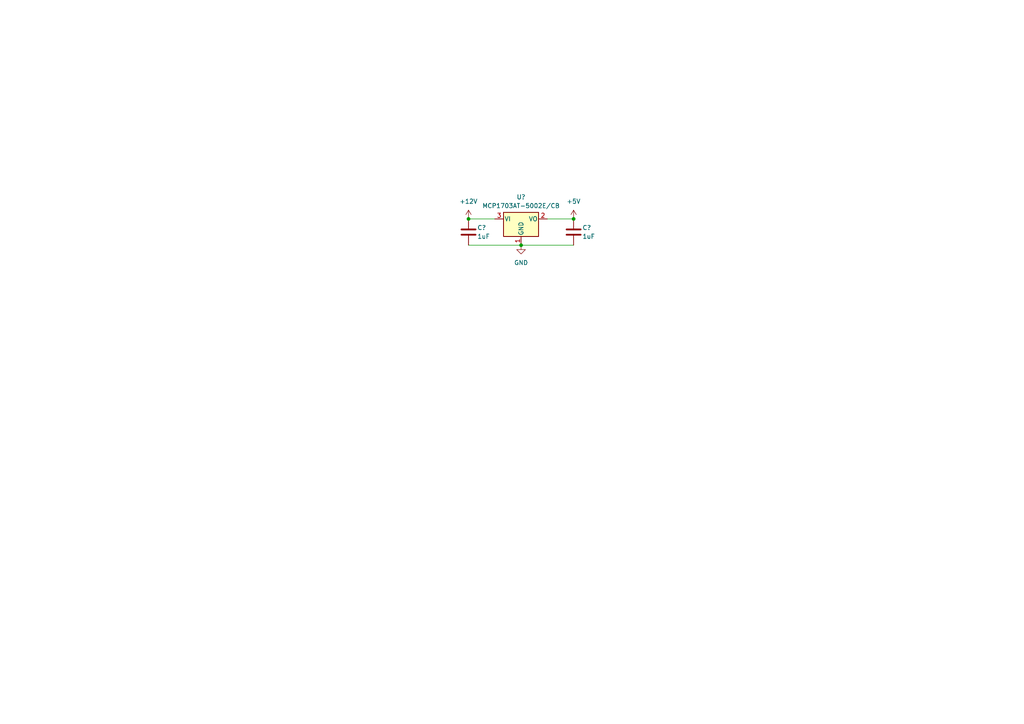
<source format=kicad_sch>
(kicad_sch (version 20250114) (generator "eeschema") (generator_version "9.0")
  (paper "A4")
  (lib_symbols
    (symbol "Device:C" (pin_numbers (hide yes)) (pin_names (offset 0.254))
      (property "Reference" "C" (at 0.635 2.54 0))
      (property "Value" "C" (at 0.635 -2.54 0))
      (symbol "C_0_1"
        (polyline (pts (xy -2.032 0.762) (xy 2.032 0.762)) (stroke (width 0.508)))
        (polyline (pts (xy -2.032 -0.762) (xy 2.032 -0.762)) (stroke (width 0.508)))
      )
      (symbol "C_1_1"
        (pin passive line (at 0 3.81 270) (length 2.794) (name "~") (number "1"))
        (pin passive line (at 0 -3.81 90) (length 2.794) (name "~") (number "2"))
      )
    )
    (symbol "Regulator_Linear:MCP1703Ax-500xxTT" (pin_names (offset 0.254))
      (property "Reference" "U" (at -3.81 3.175 0))
      (property "Value" "MCP1703Ax-500xxTT" (at 0 3.175 0))
      (symbol "MCP1703Ax-500xxTT_0_1"
        (rectangle (start -5.08 -5.08) (end 5.08 1.905) (stroke (width 0.254)) (fill (type background)))
      )
      (symbol "MCP1703Ax-500xxTT_1_1"
        (pin power_in line (at -7.62 0 0) (length 2.54) (name "VI") (number "3"))
        (pin power_in line (at 0 -7.62 90) (length 2.54) (name "GND") (number "1"))
        (pin power_out line (at 7.62 0 180) (length 2.54) (name "VO") (number "2"))
      )
    )
    (symbol "power:+12V" (power) (pin_numbers (hide yes)) (pin_names (offset 0) (hide yes))
      (property "Value" "+12V" (at 0 3.556 0))
      (symbol "+12V_0_1"
        (polyline (pts (xy -0.762 1.27) (xy 0 2.54)))
        (polyline (pts (xy 0 2.54) (xy 0.762 1.27)))
        (polyline (pts (xy 0 0) (xy 0 2.54)))
      )
      (symbol "+12V_1_1"
        (pin power_in line (at 0 0 90) (length 0) (name "~") (number "1"))
      )
    )
    (symbol "power:+5V" (power) (pin_numbers (hide yes)) (pin_names (offset 0) (hide yes))
      (property "Value" "+5V" (at 0 3.556 0))
      (symbol "+5V_0_1"
        (polyline (pts (xy -0.762 1.27) (xy 0 2.54)))
        (polyline (pts (xy 0 2.54) (xy 0.762 1.27)))
        (polyline (pts (xy 0 0) (xy 0 2.54)))
      )
      (symbol "+5V_1_1"
        (pin power_in line (at 0 0 90) (length 0) (name "~") (number "1"))
      )
    )
    (symbol "power:GND" (power) (pin_numbers (hide yes)) (pin_names (offset 0) (hide yes))
      (property "Value" "GND" (at 0 -3.81 0))
      (symbol "GND_0_1"
        (polyline (pts (xy 0 0) (xy 0 -1.27) (xy 1.27 -1.27) (xy 0 -2.54) (xy -1.27 -1.27) (xy 0 -1.27)))
      )
      (symbol "GND_1_1"
        (pin power_in line (at 0 0 270) (length 0) (name "~") (number "1"))
      )
    )
  )
  (junction (at 135.89 63.5))
  (junction (at 166.37 63.5))
  (junction (at 151.13 71.12))
  (wire (pts (xy 158.75 63.5) (xy 166.37 63.5)))
  (wire (pts (xy 151.13 71.12) (xy 166.37 71.12)))
  (wire (pts (xy 135.89 63.5) (xy 143.51 63.5)))
  (wire (pts (xy 135.89 71.12) (xy 151.13 71.12)))
  (symbol (lib_id "power:+5V") (at 166.37 63.5 0) (unit 1)
    (property "Reference" "#PWR0101" (effects (hide yes)))
    (property "Value" "+5V" (at 166.37 58.42 0))
    (property "Description" "Power symbol creates a global label with name \"+5V\"" (effects (hide yes)))
  )
  (symbol (lib_id "Device:C") (at 135.89 67.31 180) (unit 1)
    (property "Reference" "C?" (at 138.43 66.04 0) (effects (justify right)))
    (property "Value" "1uF" (at 138.43 68.58 0) (effects (justify right)))
    (property "Footprint" "Capacitor_SMD:C_0603_1608Metric_Pad1.08x0.95mm_HandSolder" (effects (hide yes)))
    (property "Datasheet" "https://mm.digikey.com/Volume0/opasdata/d220001/medias/docus/3644/CL10B105KA8NNNC_spec.pdf" (effects (hide yes)))
    (property "Description" "Unpolarized capacitor" (effects (hide yes)))
    (property "Digi PN" "1276-1184-1-ND" (effects (hide yes)))
    (property "MFG" "Samsung" (effects (hide yes)))
    (property "MFG PN" "CL10B105KA8NNNC" (effects (hide yes)))
    (property "Digi URL" "https://www.digikey.com/en/products/detail/samsung-electro-mechanics/CL10B105KA8NNNC/3886842" (effects (hide yes)))
  )
  (symbol (lib_id "Device:C") (at 166.37 67.31 180) (unit 1)
    (property "Reference" "C?" (at 168.91 66.04 0) (effects (justify right)))
    (property "Value" "1uF" (at 168.91 68.58 0) (effects (justify right)))
    (property "Footprint" "Capacitor_SMD:C_0603_1608Metric_Pad1.08x0.95mm_HandSolder" (effects (hide yes)))
    (property "Datasheet" "https://mm.digikey.com/Volume0/opasdata/d220001/medias/docus/3644/CL10B105KA8NNNC_spec.pdf" (effects (hide yes)))
    (property "Description" "Unpolarized capacitor" (effects (hide yes)))
    (property "Digi PN" "1276-1184-1-ND" (effects (hide yes)))
    (property "MFG" "Samsung" (effects (hide yes)))
    (property "MFG PN" "CL10B105KA8NNNC" (effects (hide yes)))
    (property "Digi URL" "https://www.digikey.com/en/products/detail/samsung-electro-mechanics/CL10B105KA8NNNC/3886842" (effects (hide yes)))
  )
  (symbol (lib_id "power:GND") (at 151.13 71.12 0) (unit 1)
    (property "Reference" "#PWR01" (effects (hide yes)))
    (property "Value" "GND" (at 151.13 76.2 0))
    (property "Description" "Power symbol creates a global label with name \"GND\" , ground" (effects (hide yes)))
    (instances (project "" (path "" (reference "#PWR01") (unit 1))) (project "" (path "" (reference "#PWR0103") (unit 1))))
  )
  (symbol (lib_id "Regulator_Linear:MCP1703Ax-500xxTT") (at 151.13 63.5 0) (unit 1)
    (property "Reference" "U?" (at 151.13 57.15 0))
    (property "Value" "MCP1703AT-5002E/CB" (at 151.13 59.69 0))
    (property "Footprint" "Package_TO_SOT_SMD:TSOT-23_HandSoldering" (effects (hide yes)))
    (property "Datasheet" "https://ww1.microchip.com/downloads/en/DeviceDoc/20005122B.pdf" (effects (hide yes)))
    (property "Description" "Low Quiescent Current LDO Regulator, 5.0V, 250mA, Vin<=16V, SOT-23" (effects (hide yes)))
    (property "Digi PN" "MCP1703AT-5002E/CBCT-ND" (effects (hide yes)))
    (property "MFG" "Microchip Technology" (effects (hide yes)))
    (property "MFG PN" "MCP1703AT-5002E/CB" (effects (hide yes)))
    (property "Digi URL" "https://www.digikey.com/en/products/detail/microchip-technology/MCP1703AT-5002E-CB/3131480" (effects (hide yes)))
  )
  (symbol (lib_id "power:+12V") (at 135.89 63.5 0) (unit 1)
    (property "Reference" "#PWR0102" (effects (hide yes)))
    (property "Value" "+12V" (at 135.89 58.42 0))
    (property "Description" "Power symbol creates a global label with name \"+12V\"" (effects (hide yes)))
  )
)
</source>
